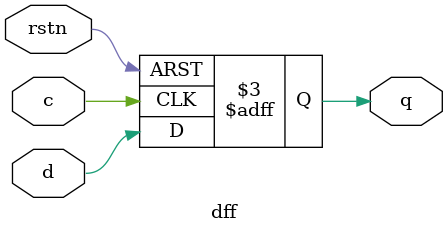
<source format=v>

`timescale 1ns/1ps
module dff (c,d,q,rstn);
   input wire c, d,rstn;
   output reg q;


   always @(posedge c or negedge rstn) begin
      if(rstn == 1'b0) begin
         /*AUTORESET*/
         // Beginning of autoreset for uninitialized flops
         q <= 1'h0;
         // End of automatics
      end
      else begin
         q <= d;
      end
   end


`ifdef COCOTB_SIM
   initial begin
      $dumpfile("dff.vcd");
      $dumpvars(0, dff);
   end
`endif




endmodule // dff

</source>
